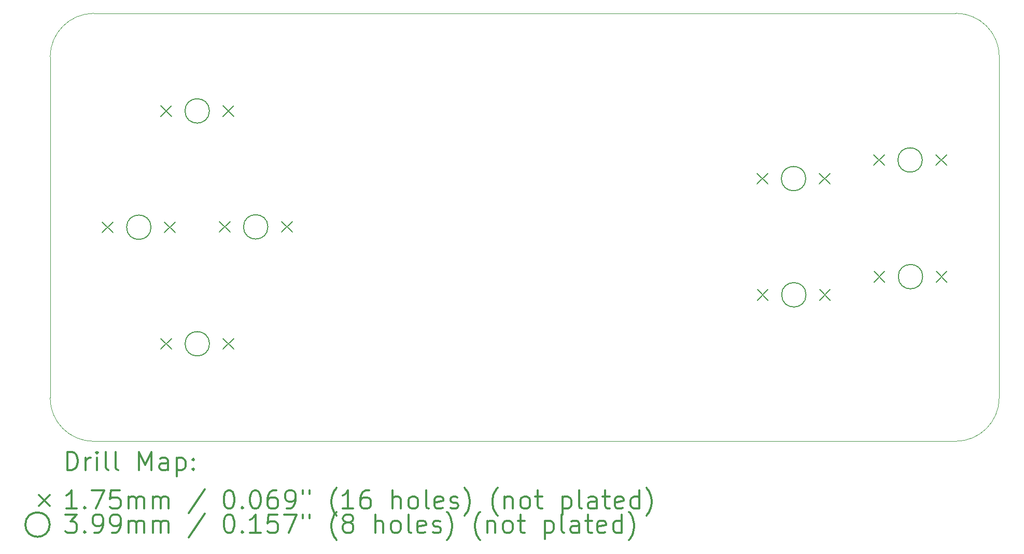
<source format=gbr>
%FSLAX45Y45*%
G04 Gerber Fmt 4.5, Leading zero omitted, Abs format (unit mm)*
G04 Created by KiCad (PCBNEW (5.1.4)-1) date 2022-05-26 19:20:16*
%MOMM*%
%LPD*%
G04 APERTURE LIST*
%ADD10C,0.120000*%
%ADD11C,0.200000*%
%ADD12C,0.300000*%
G04 APERTURE END LIST*
D10*
X6781459Y-3895695D02*
X20855068Y-3894489D01*
X6066599Y-10183027D02*
X6067084Y-4610070D01*
X20854260Y-10893790D02*
X6778657Y-10894232D01*
X21567126Y-4605695D02*
X21565465Y-10181732D01*
X20855457Y-3894490D02*
G75*
G02X21567126Y-4605695I-390J-712058D01*
G01*
X21565465Y-10182122D02*
G75*
G02X20854260Y-10893790I-712058J390D01*
G01*
X6778268Y-10894232D02*
G75*
G02X6066599Y-10183027I390J712058D01*
G01*
X6067084Y-4610070D02*
G75*
G02X6781459Y-3895695I714375J0D01*
G01*
D11*
X19514446Y-6205957D02*
X19689446Y-6380957D01*
X19689446Y-6205957D02*
X19514446Y-6380957D01*
X20530446Y-6205957D02*
X20705446Y-6380957D01*
X20705446Y-6205957D02*
X20530446Y-6380957D01*
X6919970Y-7306053D02*
X7094970Y-7481053D01*
X7094970Y-7306053D02*
X6919970Y-7481053D01*
X19521451Y-8113812D02*
X19696451Y-8288812D01*
X19696451Y-8113812D02*
X19521451Y-8288812D01*
X7874276Y-9211597D02*
X8049276Y-9386597D01*
X8049276Y-9211597D02*
X7874276Y-9386597D01*
X8890276Y-9211597D02*
X9065276Y-9386597D01*
X9065276Y-9211597D02*
X8890276Y-9386597D01*
X7873014Y-5403716D02*
X8048014Y-5578716D01*
X8048014Y-5403716D02*
X7873014Y-5578716D01*
X8889014Y-5403716D02*
X9064014Y-5578716D01*
X9064014Y-5403716D02*
X8889014Y-5578716D01*
X17616349Y-8411028D02*
X17791349Y-8586028D01*
X17791349Y-8411028D02*
X17616349Y-8586028D01*
X18632349Y-8411028D02*
X18807349Y-8586028D01*
X18807349Y-8411028D02*
X18632349Y-8586028D01*
X7935970Y-7306053D02*
X8110970Y-7481053D01*
X8110970Y-7306053D02*
X7935970Y-7481053D01*
X17611479Y-6510681D02*
X17786479Y-6685681D01*
X17786479Y-6510681D02*
X17611479Y-6685681D01*
X18627479Y-6510681D02*
X18802479Y-6685681D01*
X18802479Y-6510681D02*
X18627479Y-6685681D01*
X20537451Y-8113812D02*
X20712451Y-8288812D01*
X20712451Y-8113812D02*
X20537451Y-8288812D01*
X8828582Y-7299916D02*
X9003582Y-7474916D01*
X9003582Y-7299916D02*
X8828582Y-7474916D01*
X9844582Y-7299916D02*
X10019582Y-7474916D01*
X10019582Y-7299916D02*
X9844582Y-7474916D01*
X18411239Y-8498528D02*
G75*
G03X18411239Y-8498528I-199390J0D01*
G01*
X20309336Y-6293457D02*
G75*
G03X20309336Y-6293457I-199390J0D01*
G01*
X18406369Y-6598181D02*
G75*
G03X18406369Y-6598181I-199390J0D01*
G01*
X20316341Y-8201312D02*
G75*
G03X20316341Y-8201312I-199390J0D01*
G01*
X9623472Y-7387416D02*
G75*
G03X9623472Y-7387416I-199390J0D01*
G01*
X8669166Y-9299097D02*
G75*
G03X8669166Y-9299097I-199390J0D01*
G01*
X8667904Y-5491216D02*
G75*
G03X8667904Y-5491216I-199390J0D01*
G01*
X7714860Y-7393553D02*
G75*
G03X7714860Y-7393553I-199390J0D01*
G01*
D12*
X6347028Y-11365946D02*
X6347028Y-11065946D01*
X6418456Y-11065946D01*
X6461313Y-11080232D01*
X6489885Y-11108803D01*
X6504171Y-11137375D01*
X6518456Y-11194518D01*
X6518456Y-11237375D01*
X6504171Y-11294518D01*
X6489885Y-11323089D01*
X6461313Y-11351660D01*
X6418456Y-11365946D01*
X6347028Y-11365946D01*
X6647028Y-11365946D02*
X6647028Y-11165946D01*
X6647028Y-11223089D02*
X6661313Y-11194518D01*
X6675599Y-11180232D01*
X6704171Y-11165946D01*
X6732742Y-11165946D01*
X6832742Y-11365946D02*
X6832742Y-11165946D01*
X6832742Y-11065946D02*
X6818456Y-11080232D01*
X6832742Y-11094518D01*
X6847028Y-11080232D01*
X6832742Y-11065946D01*
X6832742Y-11094518D01*
X7018456Y-11365946D02*
X6989885Y-11351660D01*
X6975599Y-11323089D01*
X6975599Y-11065946D01*
X7175599Y-11365946D02*
X7147028Y-11351660D01*
X7132742Y-11323089D01*
X7132742Y-11065946D01*
X7518456Y-11365946D02*
X7518456Y-11065946D01*
X7618456Y-11280232D01*
X7718456Y-11065946D01*
X7718456Y-11365946D01*
X7989885Y-11365946D02*
X7989885Y-11208803D01*
X7975599Y-11180232D01*
X7947028Y-11165946D01*
X7889885Y-11165946D01*
X7861313Y-11180232D01*
X7989885Y-11351660D02*
X7961313Y-11365946D01*
X7889885Y-11365946D01*
X7861313Y-11351660D01*
X7847028Y-11323089D01*
X7847028Y-11294518D01*
X7861313Y-11265946D01*
X7889885Y-11251660D01*
X7961313Y-11251660D01*
X7989885Y-11237375D01*
X8132742Y-11165946D02*
X8132742Y-11465946D01*
X8132742Y-11180232D02*
X8161313Y-11165946D01*
X8218456Y-11165946D01*
X8247028Y-11180232D01*
X8261313Y-11194518D01*
X8275599Y-11223089D01*
X8275599Y-11308803D01*
X8261313Y-11337375D01*
X8247028Y-11351660D01*
X8218456Y-11365946D01*
X8161313Y-11365946D01*
X8132742Y-11351660D01*
X8404171Y-11337375D02*
X8418456Y-11351660D01*
X8404171Y-11365946D01*
X8389885Y-11351660D01*
X8404171Y-11337375D01*
X8404171Y-11365946D01*
X8404171Y-11180232D02*
X8418456Y-11194518D01*
X8404171Y-11208803D01*
X8389885Y-11194518D01*
X8404171Y-11180232D01*
X8404171Y-11208803D01*
X5885599Y-11772732D02*
X6060599Y-11947732D01*
X6060599Y-11772732D02*
X5885599Y-11947732D01*
X6504171Y-11995946D02*
X6332742Y-11995946D01*
X6418456Y-11995946D02*
X6418456Y-11695946D01*
X6389885Y-11738803D01*
X6361313Y-11767375D01*
X6332742Y-11781660D01*
X6632742Y-11967375D02*
X6647028Y-11981660D01*
X6632742Y-11995946D01*
X6618456Y-11981660D01*
X6632742Y-11967375D01*
X6632742Y-11995946D01*
X6747028Y-11695946D02*
X6947028Y-11695946D01*
X6818456Y-11995946D01*
X7204171Y-11695946D02*
X7061313Y-11695946D01*
X7047028Y-11838803D01*
X7061313Y-11824518D01*
X7089885Y-11810232D01*
X7161313Y-11810232D01*
X7189885Y-11824518D01*
X7204171Y-11838803D01*
X7218456Y-11867375D01*
X7218456Y-11938803D01*
X7204171Y-11967375D01*
X7189885Y-11981660D01*
X7161313Y-11995946D01*
X7089885Y-11995946D01*
X7061313Y-11981660D01*
X7047028Y-11967375D01*
X7347028Y-11995946D02*
X7347028Y-11795946D01*
X7347028Y-11824518D02*
X7361313Y-11810232D01*
X7389885Y-11795946D01*
X7432742Y-11795946D01*
X7461313Y-11810232D01*
X7475599Y-11838803D01*
X7475599Y-11995946D01*
X7475599Y-11838803D02*
X7489885Y-11810232D01*
X7518456Y-11795946D01*
X7561313Y-11795946D01*
X7589885Y-11810232D01*
X7604171Y-11838803D01*
X7604171Y-11995946D01*
X7747028Y-11995946D02*
X7747028Y-11795946D01*
X7747028Y-11824518D02*
X7761313Y-11810232D01*
X7789885Y-11795946D01*
X7832742Y-11795946D01*
X7861313Y-11810232D01*
X7875599Y-11838803D01*
X7875599Y-11995946D01*
X7875599Y-11838803D02*
X7889885Y-11810232D01*
X7918456Y-11795946D01*
X7961313Y-11795946D01*
X7989885Y-11810232D01*
X8004171Y-11838803D01*
X8004171Y-11995946D01*
X8589885Y-11681660D02*
X8332742Y-12067375D01*
X8975599Y-11695946D02*
X9004171Y-11695946D01*
X9032742Y-11710232D01*
X9047028Y-11724518D01*
X9061313Y-11753089D01*
X9075599Y-11810232D01*
X9075599Y-11881660D01*
X9061313Y-11938803D01*
X9047028Y-11967375D01*
X9032742Y-11981660D01*
X9004171Y-11995946D01*
X8975599Y-11995946D01*
X8947028Y-11981660D01*
X8932742Y-11967375D01*
X8918456Y-11938803D01*
X8904171Y-11881660D01*
X8904171Y-11810232D01*
X8918456Y-11753089D01*
X8932742Y-11724518D01*
X8947028Y-11710232D01*
X8975599Y-11695946D01*
X9204171Y-11967375D02*
X9218456Y-11981660D01*
X9204171Y-11995946D01*
X9189885Y-11981660D01*
X9204171Y-11967375D01*
X9204171Y-11995946D01*
X9404171Y-11695946D02*
X9432742Y-11695946D01*
X9461313Y-11710232D01*
X9475599Y-11724518D01*
X9489885Y-11753089D01*
X9504171Y-11810232D01*
X9504171Y-11881660D01*
X9489885Y-11938803D01*
X9475599Y-11967375D01*
X9461313Y-11981660D01*
X9432742Y-11995946D01*
X9404171Y-11995946D01*
X9375599Y-11981660D01*
X9361313Y-11967375D01*
X9347028Y-11938803D01*
X9332742Y-11881660D01*
X9332742Y-11810232D01*
X9347028Y-11753089D01*
X9361313Y-11724518D01*
X9375599Y-11710232D01*
X9404171Y-11695946D01*
X9761313Y-11695946D02*
X9704171Y-11695946D01*
X9675599Y-11710232D01*
X9661313Y-11724518D01*
X9632742Y-11767375D01*
X9618456Y-11824518D01*
X9618456Y-11938803D01*
X9632742Y-11967375D01*
X9647028Y-11981660D01*
X9675599Y-11995946D01*
X9732742Y-11995946D01*
X9761313Y-11981660D01*
X9775599Y-11967375D01*
X9789885Y-11938803D01*
X9789885Y-11867375D01*
X9775599Y-11838803D01*
X9761313Y-11824518D01*
X9732742Y-11810232D01*
X9675599Y-11810232D01*
X9647028Y-11824518D01*
X9632742Y-11838803D01*
X9618456Y-11867375D01*
X9932742Y-11995946D02*
X9989885Y-11995946D01*
X10018456Y-11981660D01*
X10032742Y-11967375D01*
X10061313Y-11924518D01*
X10075599Y-11867375D01*
X10075599Y-11753089D01*
X10061313Y-11724518D01*
X10047028Y-11710232D01*
X10018456Y-11695946D01*
X9961313Y-11695946D01*
X9932742Y-11710232D01*
X9918456Y-11724518D01*
X9904171Y-11753089D01*
X9904171Y-11824518D01*
X9918456Y-11853089D01*
X9932742Y-11867375D01*
X9961313Y-11881660D01*
X10018456Y-11881660D01*
X10047028Y-11867375D01*
X10061313Y-11853089D01*
X10075599Y-11824518D01*
X10189885Y-11695946D02*
X10189885Y-11753089D01*
X10304171Y-11695946D02*
X10304171Y-11753089D01*
X10747028Y-12110232D02*
X10732742Y-12095946D01*
X10704171Y-12053089D01*
X10689885Y-12024518D01*
X10675599Y-11981660D01*
X10661313Y-11910232D01*
X10661313Y-11853089D01*
X10675599Y-11781660D01*
X10689885Y-11738803D01*
X10704171Y-11710232D01*
X10732742Y-11667375D01*
X10747028Y-11653089D01*
X11018456Y-11995946D02*
X10847028Y-11995946D01*
X10932742Y-11995946D02*
X10932742Y-11695946D01*
X10904171Y-11738803D01*
X10875599Y-11767375D01*
X10847028Y-11781660D01*
X11275599Y-11695946D02*
X11218456Y-11695946D01*
X11189885Y-11710232D01*
X11175599Y-11724518D01*
X11147028Y-11767375D01*
X11132742Y-11824518D01*
X11132742Y-11938803D01*
X11147028Y-11967375D01*
X11161313Y-11981660D01*
X11189885Y-11995946D01*
X11247028Y-11995946D01*
X11275599Y-11981660D01*
X11289885Y-11967375D01*
X11304171Y-11938803D01*
X11304171Y-11867375D01*
X11289885Y-11838803D01*
X11275599Y-11824518D01*
X11247028Y-11810232D01*
X11189885Y-11810232D01*
X11161313Y-11824518D01*
X11147028Y-11838803D01*
X11132742Y-11867375D01*
X11661313Y-11995946D02*
X11661313Y-11695946D01*
X11789885Y-11995946D02*
X11789885Y-11838803D01*
X11775599Y-11810232D01*
X11747028Y-11795946D01*
X11704171Y-11795946D01*
X11675599Y-11810232D01*
X11661313Y-11824518D01*
X11975599Y-11995946D02*
X11947028Y-11981660D01*
X11932742Y-11967375D01*
X11918456Y-11938803D01*
X11918456Y-11853089D01*
X11932742Y-11824518D01*
X11947028Y-11810232D01*
X11975599Y-11795946D01*
X12018456Y-11795946D01*
X12047028Y-11810232D01*
X12061313Y-11824518D01*
X12075599Y-11853089D01*
X12075599Y-11938803D01*
X12061313Y-11967375D01*
X12047028Y-11981660D01*
X12018456Y-11995946D01*
X11975599Y-11995946D01*
X12247028Y-11995946D02*
X12218456Y-11981660D01*
X12204171Y-11953089D01*
X12204171Y-11695946D01*
X12475599Y-11981660D02*
X12447028Y-11995946D01*
X12389885Y-11995946D01*
X12361313Y-11981660D01*
X12347028Y-11953089D01*
X12347028Y-11838803D01*
X12361313Y-11810232D01*
X12389885Y-11795946D01*
X12447028Y-11795946D01*
X12475599Y-11810232D01*
X12489885Y-11838803D01*
X12489885Y-11867375D01*
X12347028Y-11895946D01*
X12604171Y-11981660D02*
X12632742Y-11995946D01*
X12689885Y-11995946D01*
X12718456Y-11981660D01*
X12732742Y-11953089D01*
X12732742Y-11938803D01*
X12718456Y-11910232D01*
X12689885Y-11895946D01*
X12647028Y-11895946D01*
X12618456Y-11881660D01*
X12604171Y-11853089D01*
X12604171Y-11838803D01*
X12618456Y-11810232D01*
X12647028Y-11795946D01*
X12689885Y-11795946D01*
X12718456Y-11810232D01*
X12832742Y-12110232D02*
X12847028Y-12095946D01*
X12875599Y-12053089D01*
X12889885Y-12024518D01*
X12904171Y-11981660D01*
X12918456Y-11910232D01*
X12918456Y-11853089D01*
X12904171Y-11781660D01*
X12889885Y-11738803D01*
X12875599Y-11710232D01*
X12847028Y-11667375D01*
X12832742Y-11653089D01*
X13375599Y-12110232D02*
X13361313Y-12095946D01*
X13332742Y-12053089D01*
X13318456Y-12024518D01*
X13304171Y-11981660D01*
X13289885Y-11910232D01*
X13289885Y-11853089D01*
X13304171Y-11781660D01*
X13318456Y-11738803D01*
X13332742Y-11710232D01*
X13361313Y-11667375D01*
X13375599Y-11653089D01*
X13489885Y-11795946D02*
X13489885Y-11995946D01*
X13489885Y-11824518D02*
X13504171Y-11810232D01*
X13532742Y-11795946D01*
X13575599Y-11795946D01*
X13604171Y-11810232D01*
X13618456Y-11838803D01*
X13618456Y-11995946D01*
X13804171Y-11995946D02*
X13775599Y-11981660D01*
X13761313Y-11967375D01*
X13747028Y-11938803D01*
X13747028Y-11853089D01*
X13761313Y-11824518D01*
X13775599Y-11810232D01*
X13804171Y-11795946D01*
X13847028Y-11795946D01*
X13875599Y-11810232D01*
X13889885Y-11824518D01*
X13904171Y-11853089D01*
X13904171Y-11938803D01*
X13889885Y-11967375D01*
X13875599Y-11981660D01*
X13847028Y-11995946D01*
X13804171Y-11995946D01*
X13989885Y-11795946D02*
X14104171Y-11795946D01*
X14032742Y-11695946D02*
X14032742Y-11953089D01*
X14047028Y-11981660D01*
X14075599Y-11995946D01*
X14104171Y-11995946D01*
X14432742Y-11795946D02*
X14432742Y-12095946D01*
X14432742Y-11810232D02*
X14461313Y-11795946D01*
X14518456Y-11795946D01*
X14547028Y-11810232D01*
X14561313Y-11824518D01*
X14575599Y-11853089D01*
X14575599Y-11938803D01*
X14561313Y-11967375D01*
X14547028Y-11981660D01*
X14518456Y-11995946D01*
X14461313Y-11995946D01*
X14432742Y-11981660D01*
X14747028Y-11995946D02*
X14718456Y-11981660D01*
X14704171Y-11953089D01*
X14704171Y-11695946D01*
X14989885Y-11995946D02*
X14989885Y-11838803D01*
X14975599Y-11810232D01*
X14947028Y-11795946D01*
X14889885Y-11795946D01*
X14861313Y-11810232D01*
X14989885Y-11981660D02*
X14961313Y-11995946D01*
X14889885Y-11995946D01*
X14861313Y-11981660D01*
X14847028Y-11953089D01*
X14847028Y-11924518D01*
X14861313Y-11895946D01*
X14889885Y-11881660D01*
X14961313Y-11881660D01*
X14989885Y-11867375D01*
X15089885Y-11795946D02*
X15204171Y-11795946D01*
X15132742Y-11695946D02*
X15132742Y-11953089D01*
X15147028Y-11981660D01*
X15175599Y-11995946D01*
X15204171Y-11995946D01*
X15418456Y-11981660D02*
X15389885Y-11995946D01*
X15332742Y-11995946D01*
X15304171Y-11981660D01*
X15289885Y-11953089D01*
X15289885Y-11838803D01*
X15304171Y-11810232D01*
X15332742Y-11795946D01*
X15389885Y-11795946D01*
X15418456Y-11810232D01*
X15432742Y-11838803D01*
X15432742Y-11867375D01*
X15289885Y-11895946D01*
X15689885Y-11995946D02*
X15689885Y-11695946D01*
X15689885Y-11981660D02*
X15661313Y-11995946D01*
X15604171Y-11995946D01*
X15575599Y-11981660D01*
X15561313Y-11967375D01*
X15547028Y-11938803D01*
X15547028Y-11853089D01*
X15561313Y-11824518D01*
X15575599Y-11810232D01*
X15604171Y-11795946D01*
X15661313Y-11795946D01*
X15689885Y-11810232D01*
X15804171Y-12110232D02*
X15818456Y-12095946D01*
X15847028Y-12053089D01*
X15861313Y-12024518D01*
X15875599Y-11981660D01*
X15889885Y-11910232D01*
X15889885Y-11853089D01*
X15875599Y-11781660D01*
X15861313Y-11738803D01*
X15847028Y-11710232D01*
X15818456Y-11667375D01*
X15804171Y-11653089D01*
X6060599Y-12256232D02*
G75*
G03X6060599Y-12256232I-199390J0D01*
G01*
X6318456Y-12091946D02*
X6504171Y-12091946D01*
X6404171Y-12206232D01*
X6447028Y-12206232D01*
X6475599Y-12220518D01*
X6489885Y-12234803D01*
X6504171Y-12263375D01*
X6504171Y-12334803D01*
X6489885Y-12363375D01*
X6475599Y-12377660D01*
X6447028Y-12391946D01*
X6361313Y-12391946D01*
X6332742Y-12377660D01*
X6318456Y-12363375D01*
X6632742Y-12363375D02*
X6647028Y-12377660D01*
X6632742Y-12391946D01*
X6618456Y-12377660D01*
X6632742Y-12363375D01*
X6632742Y-12391946D01*
X6789885Y-12391946D02*
X6847028Y-12391946D01*
X6875599Y-12377660D01*
X6889885Y-12363375D01*
X6918456Y-12320518D01*
X6932742Y-12263375D01*
X6932742Y-12149089D01*
X6918456Y-12120518D01*
X6904171Y-12106232D01*
X6875599Y-12091946D01*
X6818456Y-12091946D01*
X6789885Y-12106232D01*
X6775599Y-12120518D01*
X6761313Y-12149089D01*
X6761313Y-12220518D01*
X6775599Y-12249089D01*
X6789885Y-12263375D01*
X6818456Y-12277660D01*
X6875599Y-12277660D01*
X6904171Y-12263375D01*
X6918456Y-12249089D01*
X6932742Y-12220518D01*
X7075599Y-12391946D02*
X7132742Y-12391946D01*
X7161313Y-12377660D01*
X7175599Y-12363375D01*
X7204171Y-12320518D01*
X7218456Y-12263375D01*
X7218456Y-12149089D01*
X7204171Y-12120518D01*
X7189885Y-12106232D01*
X7161313Y-12091946D01*
X7104171Y-12091946D01*
X7075599Y-12106232D01*
X7061313Y-12120518D01*
X7047028Y-12149089D01*
X7047028Y-12220518D01*
X7061313Y-12249089D01*
X7075599Y-12263375D01*
X7104171Y-12277660D01*
X7161313Y-12277660D01*
X7189885Y-12263375D01*
X7204171Y-12249089D01*
X7218456Y-12220518D01*
X7347028Y-12391946D02*
X7347028Y-12191946D01*
X7347028Y-12220518D02*
X7361313Y-12206232D01*
X7389885Y-12191946D01*
X7432742Y-12191946D01*
X7461313Y-12206232D01*
X7475599Y-12234803D01*
X7475599Y-12391946D01*
X7475599Y-12234803D02*
X7489885Y-12206232D01*
X7518456Y-12191946D01*
X7561313Y-12191946D01*
X7589885Y-12206232D01*
X7604171Y-12234803D01*
X7604171Y-12391946D01*
X7747028Y-12391946D02*
X7747028Y-12191946D01*
X7747028Y-12220518D02*
X7761313Y-12206232D01*
X7789885Y-12191946D01*
X7832742Y-12191946D01*
X7861313Y-12206232D01*
X7875599Y-12234803D01*
X7875599Y-12391946D01*
X7875599Y-12234803D02*
X7889885Y-12206232D01*
X7918456Y-12191946D01*
X7961313Y-12191946D01*
X7989885Y-12206232D01*
X8004171Y-12234803D01*
X8004171Y-12391946D01*
X8589885Y-12077660D02*
X8332742Y-12463375D01*
X8975599Y-12091946D02*
X9004171Y-12091946D01*
X9032742Y-12106232D01*
X9047028Y-12120518D01*
X9061313Y-12149089D01*
X9075599Y-12206232D01*
X9075599Y-12277660D01*
X9061313Y-12334803D01*
X9047028Y-12363375D01*
X9032742Y-12377660D01*
X9004171Y-12391946D01*
X8975599Y-12391946D01*
X8947028Y-12377660D01*
X8932742Y-12363375D01*
X8918456Y-12334803D01*
X8904171Y-12277660D01*
X8904171Y-12206232D01*
X8918456Y-12149089D01*
X8932742Y-12120518D01*
X8947028Y-12106232D01*
X8975599Y-12091946D01*
X9204171Y-12363375D02*
X9218456Y-12377660D01*
X9204171Y-12391946D01*
X9189885Y-12377660D01*
X9204171Y-12363375D01*
X9204171Y-12391946D01*
X9504171Y-12391946D02*
X9332742Y-12391946D01*
X9418456Y-12391946D02*
X9418456Y-12091946D01*
X9389885Y-12134803D01*
X9361313Y-12163375D01*
X9332742Y-12177660D01*
X9775599Y-12091946D02*
X9632742Y-12091946D01*
X9618456Y-12234803D01*
X9632742Y-12220518D01*
X9661313Y-12206232D01*
X9732742Y-12206232D01*
X9761313Y-12220518D01*
X9775599Y-12234803D01*
X9789885Y-12263375D01*
X9789885Y-12334803D01*
X9775599Y-12363375D01*
X9761313Y-12377660D01*
X9732742Y-12391946D01*
X9661313Y-12391946D01*
X9632742Y-12377660D01*
X9618456Y-12363375D01*
X9889885Y-12091946D02*
X10089885Y-12091946D01*
X9961313Y-12391946D01*
X10189885Y-12091946D02*
X10189885Y-12149089D01*
X10304171Y-12091946D02*
X10304171Y-12149089D01*
X10747028Y-12506232D02*
X10732742Y-12491946D01*
X10704171Y-12449089D01*
X10689885Y-12420518D01*
X10675599Y-12377660D01*
X10661313Y-12306232D01*
X10661313Y-12249089D01*
X10675599Y-12177660D01*
X10689885Y-12134803D01*
X10704171Y-12106232D01*
X10732742Y-12063375D01*
X10747028Y-12049089D01*
X10904171Y-12220518D02*
X10875599Y-12206232D01*
X10861313Y-12191946D01*
X10847028Y-12163375D01*
X10847028Y-12149089D01*
X10861313Y-12120518D01*
X10875599Y-12106232D01*
X10904171Y-12091946D01*
X10961313Y-12091946D01*
X10989885Y-12106232D01*
X11004171Y-12120518D01*
X11018456Y-12149089D01*
X11018456Y-12163375D01*
X11004171Y-12191946D01*
X10989885Y-12206232D01*
X10961313Y-12220518D01*
X10904171Y-12220518D01*
X10875599Y-12234803D01*
X10861313Y-12249089D01*
X10847028Y-12277660D01*
X10847028Y-12334803D01*
X10861313Y-12363375D01*
X10875599Y-12377660D01*
X10904171Y-12391946D01*
X10961313Y-12391946D01*
X10989885Y-12377660D01*
X11004171Y-12363375D01*
X11018456Y-12334803D01*
X11018456Y-12277660D01*
X11004171Y-12249089D01*
X10989885Y-12234803D01*
X10961313Y-12220518D01*
X11375599Y-12391946D02*
X11375599Y-12091946D01*
X11504171Y-12391946D02*
X11504171Y-12234803D01*
X11489885Y-12206232D01*
X11461313Y-12191946D01*
X11418456Y-12191946D01*
X11389885Y-12206232D01*
X11375599Y-12220518D01*
X11689885Y-12391946D02*
X11661313Y-12377660D01*
X11647028Y-12363375D01*
X11632742Y-12334803D01*
X11632742Y-12249089D01*
X11647028Y-12220518D01*
X11661313Y-12206232D01*
X11689885Y-12191946D01*
X11732742Y-12191946D01*
X11761313Y-12206232D01*
X11775599Y-12220518D01*
X11789885Y-12249089D01*
X11789885Y-12334803D01*
X11775599Y-12363375D01*
X11761313Y-12377660D01*
X11732742Y-12391946D01*
X11689885Y-12391946D01*
X11961313Y-12391946D02*
X11932742Y-12377660D01*
X11918456Y-12349089D01*
X11918456Y-12091946D01*
X12189885Y-12377660D02*
X12161313Y-12391946D01*
X12104171Y-12391946D01*
X12075599Y-12377660D01*
X12061313Y-12349089D01*
X12061313Y-12234803D01*
X12075599Y-12206232D01*
X12104171Y-12191946D01*
X12161313Y-12191946D01*
X12189885Y-12206232D01*
X12204171Y-12234803D01*
X12204171Y-12263375D01*
X12061313Y-12291946D01*
X12318456Y-12377660D02*
X12347028Y-12391946D01*
X12404171Y-12391946D01*
X12432742Y-12377660D01*
X12447028Y-12349089D01*
X12447028Y-12334803D01*
X12432742Y-12306232D01*
X12404171Y-12291946D01*
X12361313Y-12291946D01*
X12332742Y-12277660D01*
X12318456Y-12249089D01*
X12318456Y-12234803D01*
X12332742Y-12206232D01*
X12361313Y-12191946D01*
X12404171Y-12191946D01*
X12432742Y-12206232D01*
X12547028Y-12506232D02*
X12561313Y-12491946D01*
X12589885Y-12449089D01*
X12604171Y-12420518D01*
X12618456Y-12377660D01*
X12632742Y-12306232D01*
X12632742Y-12249089D01*
X12618456Y-12177660D01*
X12604171Y-12134803D01*
X12589885Y-12106232D01*
X12561313Y-12063375D01*
X12547028Y-12049089D01*
X13089885Y-12506232D02*
X13075599Y-12491946D01*
X13047028Y-12449089D01*
X13032742Y-12420518D01*
X13018456Y-12377660D01*
X13004171Y-12306232D01*
X13004171Y-12249089D01*
X13018456Y-12177660D01*
X13032742Y-12134803D01*
X13047028Y-12106232D01*
X13075599Y-12063375D01*
X13089885Y-12049089D01*
X13204171Y-12191946D02*
X13204171Y-12391946D01*
X13204171Y-12220518D02*
X13218456Y-12206232D01*
X13247028Y-12191946D01*
X13289885Y-12191946D01*
X13318456Y-12206232D01*
X13332742Y-12234803D01*
X13332742Y-12391946D01*
X13518456Y-12391946D02*
X13489885Y-12377660D01*
X13475599Y-12363375D01*
X13461313Y-12334803D01*
X13461313Y-12249089D01*
X13475599Y-12220518D01*
X13489885Y-12206232D01*
X13518456Y-12191946D01*
X13561313Y-12191946D01*
X13589885Y-12206232D01*
X13604171Y-12220518D01*
X13618456Y-12249089D01*
X13618456Y-12334803D01*
X13604171Y-12363375D01*
X13589885Y-12377660D01*
X13561313Y-12391946D01*
X13518456Y-12391946D01*
X13704171Y-12191946D02*
X13818456Y-12191946D01*
X13747028Y-12091946D02*
X13747028Y-12349089D01*
X13761313Y-12377660D01*
X13789885Y-12391946D01*
X13818456Y-12391946D01*
X14147028Y-12191946D02*
X14147028Y-12491946D01*
X14147028Y-12206232D02*
X14175599Y-12191946D01*
X14232742Y-12191946D01*
X14261313Y-12206232D01*
X14275599Y-12220518D01*
X14289885Y-12249089D01*
X14289885Y-12334803D01*
X14275599Y-12363375D01*
X14261313Y-12377660D01*
X14232742Y-12391946D01*
X14175599Y-12391946D01*
X14147028Y-12377660D01*
X14461313Y-12391946D02*
X14432742Y-12377660D01*
X14418456Y-12349089D01*
X14418456Y-12091946D01*
X14704171Y-12391946D02*
X14704171Y-12234803D01*
X14689885Y-12206232D01*
X14661313Y-12191946D01*
X14604171Y-12191946D01*
X14575599Y-12206232D01*
X14704171Y-12377660D02*
X14675599Y-12391946D01*
X14604171Y-12391946D01*
X14575599Y-12377660D01*
X14561313Y-12349089D01*
X14561313Y-12320518D01*
X14575599Y-12291946D01*
X14604171Y-12277660D01*
X14675599Y-12277660D01*
X14704171Y-12263375D01*
X14804171Y-12191946D02*
X14918456Y-12191946D01*
X14847028Y-12091946D02*
X14847028Y-12349089D01*
X14861313Y-12377660D01*
X14889885Y-12391946D01*
X14918456Y-12391946D01*
X15132742Y-12377660D02*
X15104171Y-12391946D01*
X15047028Y-12391946D01*
X15018456Y-12377660D01*
X15004171Y-12349089D01*
X15004171Y-12234803D01*
X15018456Y-12206232D01*
X15047028Y-12191946D01*
X15104171Y-12191946D01*
X15132742Y-12206232D01*
X15147028Y-12234803D01*
X15147028Y-12263375D01*
X15004171Y-12291946D01*
X15404171Y-12391946D02*
X15404171Y-12091946D01*
X15404171Y-12377660D02*
X15375599Y-12391946D01*
X15318456Y-12391946D01*
X15289885Y-12377660D01*
X15275599Y-12363375D01*
X15261313Y-12334803D01*
X15261313Y-12249089D01*
X15275599Y-12220518D01*
X15289885Y-12206232D01*
X15318456Y-12191946D01*
X15375599Y-12191946D01*
X15404171Y-12206232D01*
X15518456Y-12506232D02*
X15532742Y-12491946D01*
X15561313Y-12449089D01*
X15575599Y-12420518D01*
X15589885Y-12377660D01*
X15604171Y-12306232D01*
X15604171Y-12249089D01*
X15589885Y-12177660D01*
X15575599Y-12134803D01*
X15561313Y-12106232D01*
X15532742Y-12063375D01*
X15518456Y-12049089D01*
M02*

</source>
